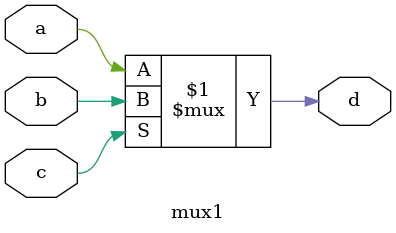
<source format=sv>
module mux1(a,b,c,d);

input logic a,b,c;

output logic d;

assign d=c?b:a;

endmodule
</source>
